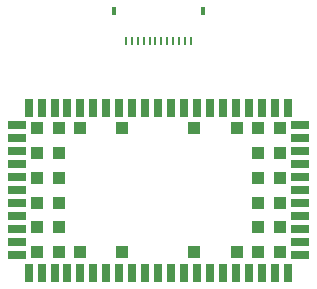
<source format=gbp>
G04 EAGLE Gerber RS-274X export*
G75*
%MOMM*%
%FSLAX34Y34*%
%LPD*%
%INSolderpaste Bottom*%
%IPPOS*%
%AMOC8*
5,1,8,0,0,1.08239X$1,22.5*%
G01*
%ADD10R,0.400000X0.800000*%
%ADD11R,0.250000X0.650000*%
%ADD12R,0.750000X1.550000*%
%ADD13R,1.550000X0.750000*%
%ADD14R,1.050000X1.050000*%


D10*
X262500Y261500D03*
D11*
X272500Y236500D03*
X277500Y236500D03*
D10*
X337500Y261500D03*
D11*
X282500Y236500D03*
X287500Y236500D03*
X292500Y236500D03*
X297500Y236500D03*
X302500Y236500D03*
X307500Y236500D03*
X312500Y236500D03*
X317500Y236500D03*
X322500Y236500D03*
X327500Y236500D03*
D12*
X410000Y40000D03*
X399000Y40000D03*
X388000Y40000D03*
X377000Y40000D03*
X366000Y40000D03*
X355000Y40000D03*
X344000Y40000D03*
X333000Y40000D03*
X322000Y40000D03*
X311000Y40000D03*
X300000Y40000D03*
X289000Y40000D03*
X278000Y40000D03*
X267000Y40000D03*
X256000Y40000D03*
X245000Y40000D03*
X234000Y40000D03*
X223000Y40000D03*
X212000Y40000D03*
X201000Y40000D03*
X190000Y40000D03*
D13*
X180000Y55000D03*
X180000Y66000D03*
X180000Y77000D03*
X180000Y88000D03*
X180000Y99000D03*
X180000Y110000D03*
X180000Y121000D03*
X180000Y132000D03*
X180000Y143000D03*
X180000Y154000D03*
X180000Y165000D03*
D12*
X190000Y180000D03*
X201000Y180000D03*
X212000Y180000D03*
X223000Y180000D03*
X234000Y180000D03*
X245000Y180000D03*
X256000Y180000D03*
X267000Y180000D03*
X278000Y180000D03*
X289000Y180000D03*
X300000Y180000D03*
X311000Y180000D03*
X322000Y180000D03*
X333000Y180000D03*
X344000Y180000D03*
X355000Y180000D03*
X366000Y180000D03*
X377000Y180000D03*
X388000Y180000D03*
X399000Y180000D03*
X410000Y180000D03*
D13*
X420000Y165000D03*
X420000Y154000D03*
X420000Y143000D03*
X420000Y132000D03*
X420000Y121000D03*
X420000Y110000D03*
X420000Y99000D03*
X420000Y88000D03*
X420000Y77000D03*
X420000Y66000D03*
X420000Y55000D03*
D14*
X402500Y57500D03*
X402500Y78500D03*
X402500Y99500D03*
X402500Y120500D03*
X402500Y141500D03*
X402500Y162500D03*
X384500Y57500D03*
X384500Y78500D03*
X384500Y99500D03*
X384500Y120500D03*
X384500Y141500D03*
X384500Y162500D03*
X366500Y57500D03*
X366500Y162500D03*
X330500Y57500D03*
X330500Y162500D03*
X197500Y162500D03*
X197500Y141500D03*
X197500Y120500D03*
X197500Y99500D03*
X197500Y78500D03*
X197500Y57500D03*
X215500Y162500D03*
X215500Y141500D03*
X215500Y120500D03*
X215500Y99500D03*
X215500Y78500D03*
X215500Y57500D03*
X233500Y162500D03*
X233500Y57500D03*
X269500Y162500D03*
X269500Y57500D03*
M02*

</source>
